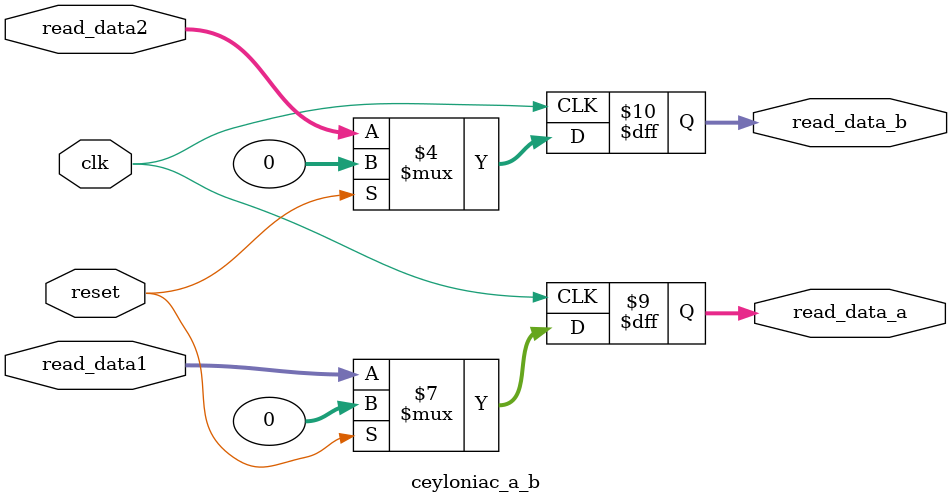
<source format=v>
`timescale 1ns / 1ps
module ceyloniac_a_b
#(parameter RAM_DATA_WIDTH=32)
(
clk,
reset,
read_data1,
read_data2,
read_data_a,
read_data_b
);

input clk;
input reset;
input [RAM_DATA_WIDTH-1:0]read_data1;
input [RAM_DATA_WIDTH-1:0]read_data2;
output reg[RAM_DATA_WIDTH-1:0]read_data_a;
output reg [RAM_DATA_WIDTH-1:0]read_data_b;

always@(posedge clk)begin
  if(!reset)begin
    read_data_a<=read_data1;
	 read_data_b<=read_data2;
	 end
	 else begin
	 read_data_a<=0;
	 read_data_b<=0;
	 end
end

endmodule

</source>
